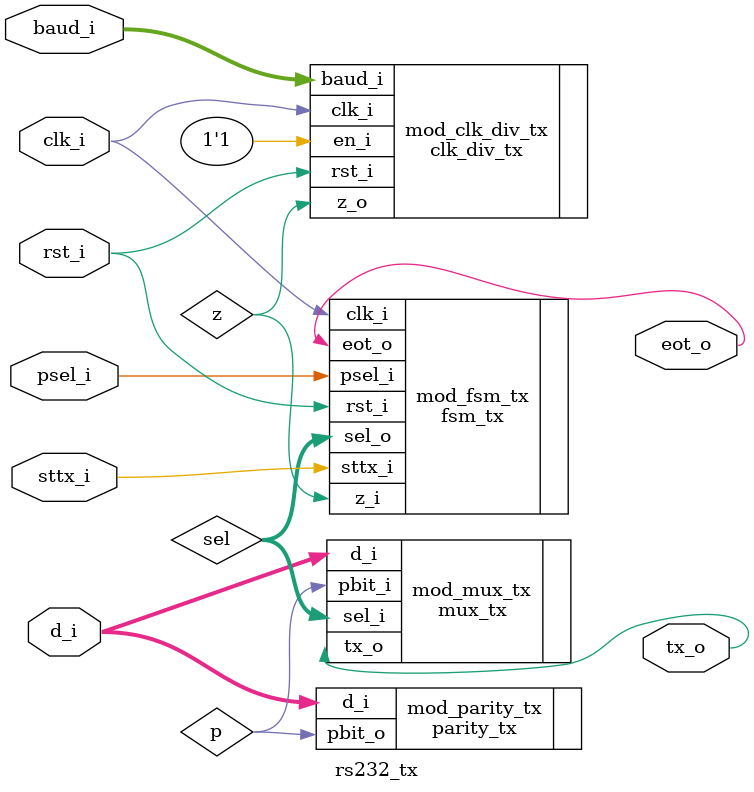
<source format=v>

module rs232_tx (
  input         rst_i,
  input         clk_i,
  input         sttx_i,  // Start
  input   [7:0] d_i,     // Datos de entrada
  input  [14:0] baud_i,  // Constante de baudios
  input         psel_i,  // Selector de paridad
  output        tx_o,    // Transmision
  output        eot_o    // Fin de transmision
);

  wire       z;
  wire       p; 
  wire [3:0] sel; 
  
  mux_tx mod_mux_tx (
    .d_i(d_i),
    .pbit_i(p),
    .sel_i(sel),
    .tx_o(tx_o)
  );
  
  parity_tx mod_parity_tx (
    .d_i(d_i), 
    .pbit_o(p)
  );
  
  clk_div_tx #(.Width(15)) mod_clk_div_tx(
    .rst_i(rst_i),
    .clk_i(clk_i),
    .en_i(1'b1),
    .baud_i(baud_i),
    .z_o(z)
  );
  
  fsm_tx mod_fsm_tx (
    .rst_i(rst_i),
    .clk_i(clk_i),
    .sttx_i(sttx_i),
    .z_i(z),
    .psel_i(psel_i),
    .sel_o(sel),
    .eot_o(eot_o)
  );
  
  
endmodule
</source>
